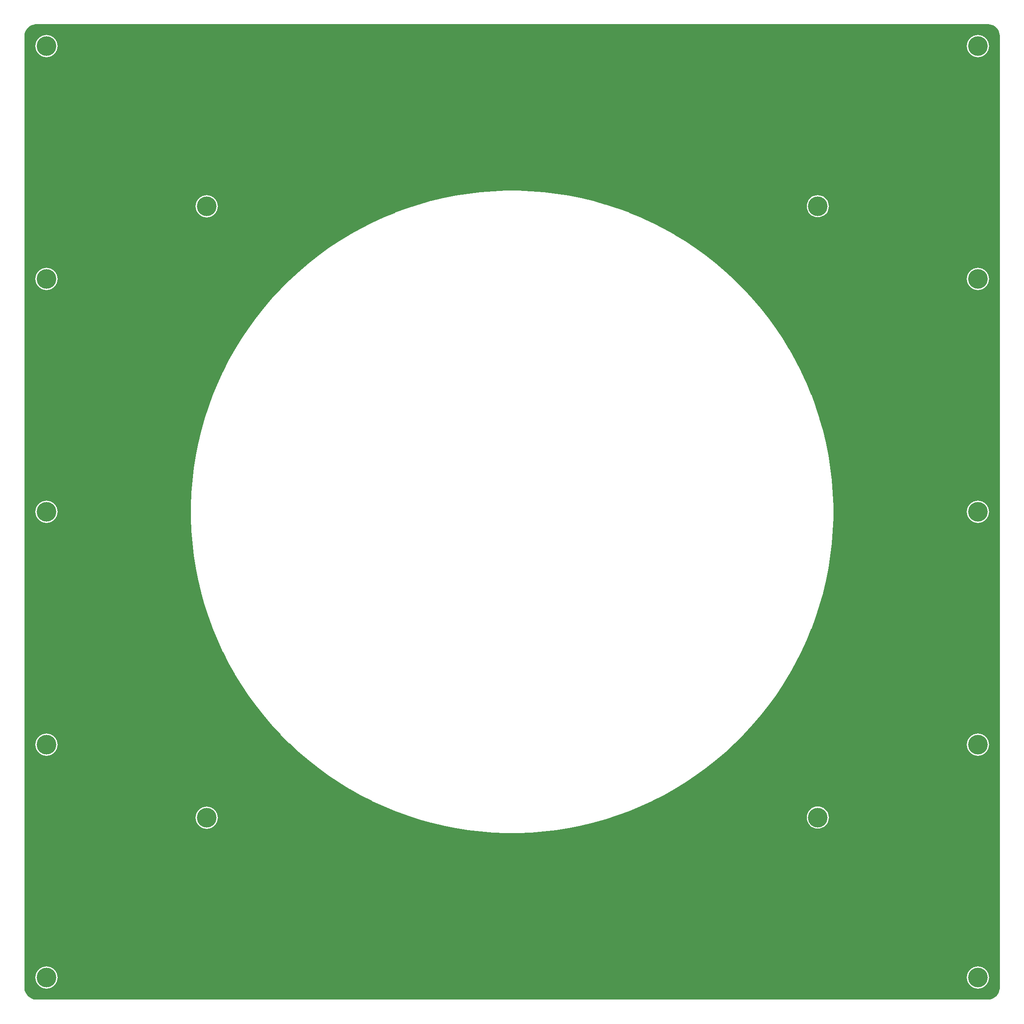
<source format=gbl>
G04*
G04 #@! TF.GenerationSoftware,Altium Limited,Altium Designer,25.7.1 (20)*
G04*
G04 Layer_Physical_Order=2*
G04 Layer_Color=16711680*
%FSLAX44Y44*%
%MOMM*%
G71*
G04*
G04 #@! TF.SameCoordinates,4ED686BE-EAE9-4F8A-9F21-0B2D34900B11*
G04*
G04*
G04 #@! TF.FilePolarity,Positive*
G04*
G01*
G75*
%ADD11C,4.0000*%
G36*
X970000Y994902D02*
X971632D01*
X974869Y994476D01*
X978022Y993631D01*
X981038Y992382D01*
X983865Y990750D01*
X986454Y988762D01*
X988763Y986454D01*
X990750Y983865D01*
X992382Y981037D01*
X993631Y978022D01*
X994476Y974869D01*
X994902Y971632D01*
X994902Y970000D01*
X994902Y-970000D01*
Y-971632D01*
X994476Y-974869D01*
X993631Y-978022D01*
X992382Y-981038D01*
X990750Y-983865D01*
X988763Y-986454D01*
X986454Y-988763D01*
X983865Y-990750D01*
X981038Y-992382D01*
X978022Y-993631D01*
X974868Y-994476D01*
X971632Y-994902D01*
X970000Y-994902D01*
X-970000Y-994902D01*
X-971632D01*
X-974869Y-994476D01*
X-978022Y-993631D01*
X-981038Y-992382D01*
X-983865Y-990750D01*
X-986454Y-988763D01*
X-988763Y-986454D01*
X-990750Y-983865D01*
X-992382Y-981038D01*
X-993631Y-978022D01*
X-994476Y-974868D01*
X-994902Y-971632D01*
X-994902Y-970000D01*
D01*
X-994902Y970000D01*
Y971632D01*
X-994476Y974869D01*
X-993631Y978022D01*
X-992382Y981038D01*
X-990750Y983865D01*
X-988763Y986454D01*
X-986454Y988763D01*
X-983865Y990750D01*
X-981038Y992382D01*
X-978022Y993631D01*
X-974869Y994476D01*
X-971632Y994902D01*
X-970000Y994902D01*
X970000Y994902D01*
D02*
G37*
%LPC*%
G36*
X950000Y972649D02*
X945581Y972214D01*
X941333Y970925D01*
X937417Y968832D01*
X933985Y966015D01*
X931168Y962583D01*
X929075Y958667D01*
X927786Y954419D01*
X927351Y950000D01*
X927786Y945581D01*
X929075Y941333D01*
X931168Y937417D01*
X933985Y933985D01*
X937417Y931168D01*
X941333Y929075D01*
X945581Y927786D01*
X950000Y927351D01*
X954419Y927786D01*
X958667Y929075D01*
X962583Y931168D01*
X966015Y933985D01*
X968832Y937417D01*
X970925Y941333D01*
X972214Y945581D01*
X972649Y950000D01*
X972214Y954419D01*
X970925Y958667D01*
X968832Y962583D01*
X966015Y966015D01*
X962583Y968832D01*
X958667Y970925D01*
X954419Y972214D01*
X950000Y972649D01*
D02*
G37*
G36*
X-950000D02*
X-954419Y972214D01*
X-958667Y970925D01*
X-962583Y968832D01*
X-966015Y966015D01*
X-968832Y962583D01*
X-970925Y958667D01*
X-972214Y954419D01*
X-972649Y950000D01*
X-972214Y945581D01*
X-970925Y941333D01*
X-968832Y937417D01*
X-966015Y933985D01*
X-962583Y931168D01*
X-958667Y929075D01*
X-954419Y927786D01*
X-950000Y927351D01*
X-945581Y927786D01*
X-941333Y929075D01*
X-937417Y931168D01*
X-933985Y933985D01*
X-931168Y937417D01*
X-929075Y941333D01*
X-927786Y945581D01*
X-927351Y950000D01*
X-927786Y954419D01*
X-929075Y958667D01*
X-931168Y962583D01*
X-933985Y966015D01*
X-937417Y968832D01*
X-941333Y970925D01*
X-945581Y972214D01*
X-950000Y972649D01*
D02*
G37*
G36*
X12764Y655098D02*
X-12764D01*
X-12864Y655078D01*
X-12965Y655094D01*
X-38474Y654092D01*
X-38572Y654068D01*
X-38673Y654080D01*
X-64123Y652077D01*
X-64221Y652049D01*
X-64323Y652057D01*
X-89674Y649057D01*
X-89771Y649025D01*
X-89873Y649029D01*
X-115087Y645036D01*
X-115183Y645001D01*
X-115284D01*
X-140322Y640020D01*
X-140416Y639981D01*
X-140518Y639977D01*
X-165341Y634018D01*
X-165434Y633975D01*
X-165535Y633967D01*
X-190105Y627038D01*
X-190196Y626992D01*
X-190297Y626980D01*
X-214576Y619091D01*
X-214665Y619041D01*
X-214765Y619025D01*
X-238716Y610189D01*
X-238803Y610136D01*
X-238902Y610116D01*
X-262488Y600347D01*
X-262572Y600290D01*
X-262671Y600267D01*
X-285855Y589579D01*
X-285937Y589519D01*
X-286035Y589491D01*
X-308781Y577902D01*
X-308861Y577839D01*
X-308958Y577807D01*
X-331232Y565333D01*
X-331309Y565267D01*
X-331404Y565232D01*
X-353171Y551894D01*
X-353246Y551824D01*
X-353340Y551786D01*
X-374566Y537603D01*
X-374638Y537531D01*
X-374730Y537488D01*
X-395383Y522483D01*
X-395452Y522408D01*
X-395543Y522362D01*
X-415591Y506557D01*
X-415657Y506480D01*
X-415746Y506430D01*
X-435158Y489851D01*
X-435221Y489771D01*
X-435308Y489718D01*
X-454054Y472389D01*
X-454114Y472306D01*
X-454198Y472250D01*
X-472250Y454198D01*
X-472306Y454114D01*
X-472389Y454054D01*
X-489718Y435308D01*
X-489771Y435221D01*
X-489851Y435158D01*
X-506430Y415746D01*
X-506480Y415657D01*
X-506557Y415591D01*
X-522362Y395543D01*
X-522408Y395452D01*
X-522483Y395383D01*
X-537488Y374730D01*
X-537531Y374638D01*
X-537603Y374566D01*
X-551786Y353340D01*
X-551824Y353246D01*
X-551894Y353171D01*
X-565232Y331404D01*
X-565267Y331309D01*
X-565333Y331232D01*
X-577807Y308958D01*
X-577839Y308861D01*
X-577902Y308781D01*
X-589492Y286035D01*
X-589519Y285937D01*
X-589579Y285855D01*
X-600267Y262671D01*
X-600290Y262572D01*
X-600347Y262488D01*
X-610116Y238902D01*
X-610136Y238803D01*
X-610189Y238716D01*
X-619025Y214765D01*
X-619041Y214665D01*
X-619091Y214576D01*
X-626980Y190297D01*
X-626992Y190196D01*
X-627038Y190105D01*
X-633967Y165535D01*
X-633975Y165434D01*
X-634018Y165341D01*
X-639977Y140518D01*
X-639981Y140416D01*
X-640020Y140322D01*
X-645001Y115284D01*
Y115183D01*
X-645036Y115087D01*
X-649029Y89873D01*
X-649025Y89771D01*
X-649057Y89674D01*
X-652057Y64323D01*
X-652049Y64221D01*
X-652077Y64123D01*
X-654080Y38673D01*
X-654068Y38572D01*
X-654092Y38473D01*
X-655094Y12965D01*
X-655078Y12864D01*
X-655098Y12764D01*
Y0D01*
X-655098Y-12764D01*
X-655078Y-12864D01*
X-655094Y-12965D01*
X-654092Y-38474D01*
X-654068Y-38572D01*
X-654080Y-38673D01*
X-652077Y-64123D01*
X-652049Y-64221D01*
X-652057Y-64323D01*
X-649057Y-89674D01*
X-649025Y-89771D01*
X-649029Y-89873D01*
X-645036Y-115087D01*
X-645001Y-115183D01*
Y-115284D01*
X-640020Y-140322D01*
X-639981Y-140416D01*
X-639977Y-140518D01*
X-634018Y-165341D01*
X-633975Y-165434D01*
X-633967Y-165535D01*
X-627038Y-190105D01*
X-626992Y-190196D01*
X-626980Y-190297D01*
X-619091Y-214576D01*
X-619041Y-214665D01*
X-619025Y-214765D01*
X-610189Y-238716D01*
X-610136Y-238803D01*
X-610116Y-238902D01*
X-600347Y-262488D01*
X-600290Y-262572D01*
X-600267Y-262671D01*
X-589579Y-285855D01*
X-589519Y-285937D01*
X-589492Y-286035D01*
X-577902Y-308781D01*
X-577839Y-308861D01*
X-577807Y-308958D01*
X-565333Y-331232D01*
X-565267Y-331309D01*
X-565232Y-331404D01*
X-551894Y-353171D01*
X-551824Y-353246D01*
X-551786Y-353340D01*
X-537603Y-374566D01*
X-537531Y-374638D01*
X-537488Y-374730D01*
X-522483Y-395383D01*
X-522408Y-395452D01*
X-522362Y-395543D01*
X-506557Y-415591D01*
X-506480Y-415657D01*
X-506430Y-415746D01*
X-489851Y-435158D01*
X-489771Y-435221D01*
X-489718Y-435308D01*
X-472389Y-454054D01*
X-472307Y-454114D01*
X-472250Y-454198D01*
X-454198Y-472250D01*
X-454114Y-472306D01*
X-454054Y-472389D01*
X-435308Y-489718D01*
X-435221Y-489771D01*
X-435158Y-489851D01*
X-415746Y-506430D01*
X-415657Y-506480D01*
X-415591Y-506557D01*
X-395543Y-522362D01*
X-395452Y-522408D01*
X-395383Y-522483D01*
X-374730Y-537488D01*
X-374638Y-537531D01*
X-374566Y-537603D01*
X-353340Y-551786D01*
X-353246Y-551824D01*
X-353171Y-551894D01*
X-331404Y-565232D01*
X-331309Y-565267D01*
X-331232Y-565333D01*
X-308958Y-577807D01*
X-308861Y-577839D01*
X-308781Y-577902D01*
X-286035Y-589492D01*
X-285937Y-589519D01*
X-285855Y-589579D01*
X-262671Y-600267D01*
X-262572Y-600290D01*
X-262488Y-600347D01*
X-238902Y-610116D01*
X-238803Y-610136D01*
X-238716Y-610189D01*
X-214765Y-619025D01*
X-214665Y-619041D01*
X-214576Y-619091D01*
X-190297Y-626980D01*
X-190196Y-626992D01*
X-190105Y-627038D01*
X-165535Y-633967D01*
X-165434Y-633975D01*
X-165341Y-634018D01*
X-140518Y-639977D01*
X-140416Y-639981D01*
X-140322Y-640020D01*
X-115284Y-645001D01*
X-115183D01*
X-115087Y-645036D01*
X-89873Y-649029D01*
X-89771Y-649025D01*
X-89674Y-649057D01*
X-64323Y-652057D01*
X-64221Y-652049D01*
X-64123Y-652077D01*
X-38673Y-654080D01*
X-38572Y-654068D01*
X-38474Y-654092D01*
X-12965Y-655094D01*
X-12864Y-655078D01*
X-12764Y-655098D01*
X-0D01*
X12764Y-655098D01*
X12864Y-655078D01*
X12965Y-655094D01*
X38473Y-654092D01*
X38572Y-654068D01*
X38673Y-654080D01*
X64123Y-652077D01*
X64221Y-652049D01*
X64323Y-652057D01*
X89674Y-649057D01*
X89771Y-649025D01*
X89873Y-649029D01*
X115087Y-645036D01*
X115183Y-645001D01*
X115284D01*
X140322Y-640020D01*
X140416Y-639981D01*
X140518Y-639977D01*
X165341Y-634018D01*
X165434Y-633975D01*
X165535Y-633967D01*
X190105Y-627038D01*
X190196Y-626992D01*
X190297Y-626980D01*
X214576Y-619091D01*
X214665Y-619041D01*
X214765Y-619025D01*
X238716Y-610189D01*
X238803Y-610136D01*
X238902Y-610116D01*
X262488Y-600347D01*
X262572Y-600290D01*
X262671Y-600267D01*
X285855Y-589579D01*
X285937Y-589519D01*
X286035Y-589492D01*
X308781Y-577902D01*
X308861Y-577839D01*
X308958Y-577807D01*
X331232Y-565333D01*
X331309Y-565267D01*
X331404Y-565232D01*
X353171Y-551894D01*
X353246Y-551824D01*
X353340Y-551786D01*
X374566Y-537603D01*
X374638Y-537531D01*
X374730Y-537488D01*
X395383Y-522483D01*
X395452Y-522408D01*
X395543Y-522362D01*
X415591Y-506557D01*
X415657Y-506480D01*
X415746Y-506430D01*
X435158Y-489851D01*
X435221Y-489771D01*
X435308Y-489718D01*
X454054Y-472389D01*
X454114Y-472307D01*
X454198Y-472250D01*
X472250Y-454198D01*
X472306Y-454114D01*
X472389Y-454054D01*
X489718Y-435308D01*
X489771Y-435221D01*
X489851Y-435158D01*
X506430Y-415746D01*
X506480Y-415657D01*
X506557Y-415591D01*
X522362Y-395543D01*
X522408Y-395452D01*
X522483Y-395383D01*
X537488Y-374730D01*
X537531Y-374638D01*
X537603Y-374566D01*
X551786Y-353340D01*
X551824Y-353246D01*
X551894Y-353171D01*
X565232Y-331404D01*
X565267Y-331309D01*
X565333Y-331232D01*
X577807Y-308958D01*
X577839Y-308861D01*
X577902Y-308781D01*
X589491Y-286035D01*
X589519Y-285937D01*
X589579Y-285855D01*
X600267Y-262671D01*
X600290Y-262572D01*
X600347Y-262488D01*
X610116Y-238902D01*
X610136Y-238803D01*
X610189Y-238716D01*
X619025Y-214765D01*
X619041Y-214665D01*
X619091Y-214576D01*
X626980Y-190297D01*
X626992Y-190196D01*
X627038Y-190105D01*
X633967Y-165535D01*
X633975Y-165434D01*
X634018Y-165341D01*
X639977Y-140518D01*
X639981Y-140416D01*
X640020Y-140322D01*
X645001Y-115284D01*
Y-115183D01*
X645036Y-115087D01*
X649029Y-89873D01*
X649025Y-89771D01*
X649057Y-89674D01*
X652057Y-64323D01*
X652049Y-64221D01*
X652077Y-64123D01*
X654080Y-38673D01*
X654068Y-38572D01*
X654092Y-38474D01*
X655094Y-12965D01*
X655078Y-12864D01*
X655098Y-12764D01*
Y0D01*
Y12764D01*
X655078Y12864D01*
X655094Y12965D01*
X654092Y38473D01*
X654068Y38572D01*
X654080Y38673D01*
X652077Y64123D01*
X652049Y64221D01*
X652057Y64323D01*
X649057Y89674D01*
X649025Y89771D01*
X649029Y89873D01*
X645036Y115087D01*
X645001Y115183D01*
Y115284D01*
X640020Y140322D01*
X639981Y140416D01*
X639977Y140518D01*
X634018Y165341D01*
X633975Y165434D01*
X633967Y165535D01*
X627038Y190105D01*
X626992Y190196D01*
X626980Y190297D01*
X619091Y214576D01*
X619041Y214665D01*
X619025Y214765D01*
X610189Y238716D01*
X610136Y238803D01*
X610116Y238902D01*
X600347Y262488D01*
X600290Y262572D01*
X600267Y262671D01*
X589579Y285855D01*
X589519Y285937D01*
X589491Y286035D01*
X577902Y308781D01*
X577839Y308861D01*
X577807Y308958D01*
X565333Y331232D01*
X565267Y331309D01*
X565232Y331404D01*
X551894Y353171D01*
X551824Y353246D01*
X551786Y353340D01*
X537603Y374566D01*
X537531Y374638D01*
X537488Y374730D01*
X522483Y395383D01*
X522408Y395452D01*
X522362Y395543D01*
X506557Y415591D01*
X506480Y415657D01*
X506430Y415746D01*
X489851Y435158D01*
X489771Y435221D01*
X489718Y435308D01*
X472389Y454054D01*
X472306Y454114D01*
X472250Y454198D01*
X454198Y472250D01*
X454114Y472306D01*
X454054Y472389D01*
X435308Y489718D01*
X435221Y489771D01*
X435158Y489851D01*
X415746Y506430D01*
X415657Y506480D01*
X415591Y506557D01*
X395543Y522362D01*
X395452Y522408D01*
X395383Y522483D01*
X374730Y537488D01*
X374638Y537531D01*
X374566Y537603D01*
X353340Y551786D01*
X353246Y551824D01*
X353171Y551894D01*
X331404Y565232D01*
X331309Y565267D01*
X331232Y565333D01*
X308958Y577807D01*
X308861Y577839D01*
X308781Y577902D01*
X286035Y589491D01*
X285937Y589519D01*
X285855Y589579D01*
X262671Y600267D01*
X262572Y600290D01*
X262488Y600347D01*
X238902Y610116D01*
X238803Y610136D01*
X238716Y610189D01*
X214765Y619025D01*
X214665Y619041D01*
X214576Y619091D01*
X190297Y626980D01*
X190196Y626992D01*
X190105Y627038D01*
X165535Y633967D01*
X165434Y633975D01*
X165341Y634018D01*
X140518Y639977D01*
X140416Y639981D01*
X140322Y640020D01*
X115284Y645001D01*
X115183D01*
X115087Y645036D01*
X89873Y649029D01*
X89771Y649025D01*
X89674Y649057D01*
X64323Y652057D01*
X64221Y652049D01*
X64123Y652077D01*
X38673Y654080D01*
X38572Y654068D01*
X38473Y654092D01*
X12965Y655094D01*
X12864Y655078D01*
X12764Y655098D01*
D02*
G37*
G36*
X623500Y646149D02*
X619081Y645714D01*
X614833Y644425D01*
X610917Y642332D01*
X607485Y639515D01*
X604668Y636083D01*
X602575Y632167D01*
X601286Y627919D01*
X600851Y623500D01*
X601286Y619081D01*
X602575Y614833D01*
X604668Y610917D01*
X607485Y607485D01*
X610917Y604668D01*
X614833Y602575D01*
X619081Y601286D01*
X623500Y600851D01*
X627919Y601286D01*
X632167Y602575D01*
X636083Y604668D01*
X639515Y607485D01*
X642332Y610917D01*
X644425Y614833D01*
X645714Y619081D01*
X646149Y623500D01*
X645714Y627919D01*
X644425Y632167D01*
X642332Y636083D01*
X639515Y639515D01*
X636083Y642332D01*
X632167Y644425D01*
X627919Y645714D01*
X623500Y646149D01*
D02*
G37*
G36*
X-623162Y645855D02*
X-627580Y645420D01*
X-631829Y644131D01*
X-635745Y642038D01*
X-639177Y639221D01*
X-641994Y635789D01*
X-644087Y631874D01*
X-645376Y627625D01*
X-645811Y623206D01*
X-645376Y618788D01*
X-644087Y614539D01*
X-641994Y610623D01*
X-639177Y607191D01*
X-635745Y604374D01*
X-631829Y602281D01*
X-627580Y600992D01*
X-623162Y600557D01*
X-618743Y600992D01*
X-614495Y602281D01*
X-610579Y604374D01*
X-607147Y607191D01*
X-604330Y610623D01*
X-602237Y614539D01*
X-600948Y618788D01*
X-600513Y623206D01*
X-600948Y627625D01*
X-602237Y631874D01*
X-604330Y635789D01*
X-607147Y639221D01*
X-610579Y642038D01*
X-614495Y644131D01*
X-618743Y645420D01*
X-623162Y645855D01*
D02*
G37*
G36*
X950000Y497649D02*
X945581Y497214D01*
X941333Y495925D01*
X937417Y493832D01*
X933985Y491015D01*
X931168Y487583D01*
X929075Y483667D01*
X927786Y479419D01*
X927351Y475000D01*
X927786Y470581D01*
X929075Y466333D01*
X931168Y462417D01*
X933985Y458985D01*
X937417Y456168D01*
X941333Y454075D01*
X945581Y452786D01*
X950000Y452351D01*
X954419Y452786D01*
X958667Y454075D01*
X962583Y456168D01*
X966015Y458985D01*
X968832Y462417D01*
X970925Y466333D01*
X972214Y470581D01*
X972649Y475000D01*
X972214Y479419D01*
X970925Y483667D01*
X968832Y487583D01*
X966015Y491015D01*
X962583Y493832D01*
X958667Y495925D01*
X954419Y497214D01*
X950000Y497649D01*
D02*
G37*
G36*
X-950000D02*
X-954419Y497214D01*
X-958667Y495925D01*
X-962583Y493832D01*
X-966015Y491015D01*
X-968832Y487583D01*
X-970925Y483667D01*
X-972214Y479419D01*
X-972649Y475000D01*
X-972214Y470581D01*
X-970925Y466333D01*
X-968832Y462417D01*
X-966015Y458985D01*
X-962583Y456168D01*
X-958667Y454075D01*
X-954419Y452786D01*
X-950000Y452351D01*
X-945581Y452786D01*
X-941333Y454075D01*
X-937417Y456168D01*
X-933985Y458985D01*
X-931168Y462417D01*
X-929075Y466333D01*
X-927786Y470581D01*
X-927351Y475000D01*
X-927786Y479419D01*
X-929075Y483667D01*
X-931168Y487583D01*
X-933985Y491015D01*
X-937417Y493832D01*
X-941333Y495925D01*
X-945581Y497214D01*
X-950000Y497649D01*
D02*
G37*
G36*
X950000Y22649D02*
X945581Y22214D01*
X941333Y20925D01*
X937417Y18832D01*
X933985Y16015D01*
X931168Y12583D01*
X929075Y8667D01*
X927786Y4419D01*
X927351Y0D01*
X927786Y-4419D01*
X929075Y-8667D01*
X931168Y-12583D01*
X933985Y-16015D01*
X937417Y-18832D01*
X941333Y-20925D01*
X945581Y-22214D01*
X950000Y-22649D01*
X954419Y-22214D01*
X958667Y-20925D01*
X962583Y-18832D01*
X966015Y-16015D01*
X968832Y-12583D01*
X970925Y-8667D01*
X972214Y-4419D01*
X972649Y0D01*
X972214Y4419D01*
X970925Y8667D01*
X968832Y12583D01*
X966015Y16015D01*
X962583Y18832D01*
X958667Y20925D01*
X954419Y22214D01*
X950000Y22649D01*
D02*
G37*
G36*
X-950000D02*
X-954419Y22214D01*
X-958667Y20925D01*
X-962583Y18832D01*
X-966015Y16015D01*
X-968832Y12583D01*
X-970925Y8667D01*
X-972214Y4419D01*
X-972649Y0D01*
X-972214Y-4419D01*
X-970925Y-8667D01*
X-968832Y-12583D01*
X-966015Y-16015D01*
X-962583Y-18832D01*
X-958667Y-20925D01*
X-954419Y-22214D01*
X-950000Y-22649D01*
X-945581Y-22214D01*
X-941333Y-20925D01*
X-937417Y-18832D01*
X-933985Y-16015D01*
X-931168Y-12583D01*
X-929075Y-8667D01*
X-927786Y-4419D01*
X-927351Y0D01*
X-927786Y4419D01*
X-929075Y8667D01*
X-931168Y12583D01*
X-933985Y16015D01*
X-937417Y18832D01*
X-941333Y20925D01*
X-945581Y22214D01*
X-950000Y22649D01*
D02*
G37*
G36*
X950000Y-452351D02*
X945581Y-452786D01*
X941333Y-454075D01*
X937417Y-456168D01*
X933985Y-458985D01*
X931168Y-462417D01*
X929075Y-466333D01*
X927786Y-470581D01*
X927351Y-475000D01*
X927786Y-479419D01*
X929075Y-483667D01*
X931168Y-487583D01*
X933985Y-491015D01*
X937417Y-493832D01*
X941333Y-495925D01*
X945581Y-497214D01*
X950000Y-497649D01*
X954419Y-497214D01*
X958667Y-495925D01*
X962583Y-493832D01*
X966015Y-491015D01*
X968832Y-487583D01*
X970925Y-483667D01*
X972214Y-479419D01*
X972649Y-475000D01*
X972214Y-470581D01*
X970925Y-466333D01*
X968832Y-462417D01*
X966015Y-458985D01*
X962583Y-456168D01*
X958667Y-454075D01*
X954419Y-452786D01*
X950000Y-452351D01*
D02*
G37*
G36*
X-950000D02*
X-954419Y-452786D01*
X-958667Y-454075D01*
X-962583Y-456168D01*
X-966015Y-458985D01*
X-968832Y-462417D01*
X-970925Y-466333D01*
X-972214Y-470581D01*
X-972649Y-475000D01*
X-972214Y-479419D01*
X-970925Y-483667D01*
X-968832Y-487583D01*
X-966015Y-491015D01*
X-962583Y-493832D01*
X-958667Y-495925D01*
X-954419Y-497214D01*
X-950000Y-497649D01*
X-945581Y-497214D01*
X-941333Y-495925D01*
X-937417Y-493832D01*
X-933985Y-491015D01*
X-931168Y-487583D01*
X-929075Y-483667D01*
X-927786Y-479419D01*
X-927351Y-475000D01*
X-927786Y-470581D01*
X-929075Y-466333D01*
X-931168Y-462417D01*
X-933985Y-458985D01*
X-937417Y-456168D01*
X-941333Y-454075D01*
X-945581Y-452786D01*
X-950000Y-452351D01*
D02*
G37*
G36*
X623500Y-600851D02*
X619081Y-601286D01*
X614833Y-602575D01*
X610917Y-604668D01*
X607485Y-607485D01*
X604668Y-610917D01*
X602575Y-614833D01*
X601286Y-619081D01*
X600851Y-623500D01*
X601286Y-627919D01*
X602575Y-632167D01*
X604668Y-636083D01*
X607485Y-639515D01*
X610917Y-642332D01*
X614833Y-644425D01*
X619081Y-645714D01*
X623500Y-646149D01*
X627919Y-645714D01*
X632167Y-644425D01*
X636083Y-642332D01*
X639515Y-639515D01*
X642332Y-636083D01*
X644425Y-632167D01*
X645714Y-627919D01*
X646149Y-623500D01*
X645714Y-619081D01*
X644425Y-614833D01*
X642332Y-610917D01*
X639515Y-607485D01*
X636083Y-604668D01*
X632167Y-602575D01*
X627919Y-601286D01*
X623500Y-600851D01*
D02*
G37*
G36*
X-623162Y-601145D02*
X-627580Y-601580D01*
X-631829Y-602869D01*
X-635745Y-604962D01*
X-639177Y-607779D01*
X-641994Y-611211D01*
X-644087Y-615126D01*
X-645376Y-619375D01*
X-645811Y-623794D01*
X-645376Y-628212D01*
X-644087Y-632461D01*
X-641994Y-636377D01*
X-639177Y-639809D01*
X-635745Y-642626D01*
X-631829Y-644719D01*
X-627580Y-646008D01*
X-623162Y-646443D01*
X-618743Y-646008D01*
X-614495Y-644719D01*
X-610579Y-642626D01*
X-607147Y-639809D01*
X-604330Y-636377D01*
X-602237Y-632461D01*
X-600948Y-628212D01*
X-600513Y-623794D01*
X-600948Y-619375D01*
X-602237Y-615126D01*
X-604330Y-611211D01*
X-607147Y-607779D01*
X-610579Y-604962D01*
X-614495Y-602869D01*
X-618743Y-601580D01*
X-623162Y-601145D01*
D02*
G37*
G36*
X950000Y-927351D02*
X945581Y-927786D01*
X941333Y-929075D01*
X937417Y-931168D01*
X933985Y-933985D01*
X931168Y-937417D01*
X929075Y-941333D01*
X927786Y-945581D01*
X927351Y-950000D01*
X927786Y-954419D01*
X929075Y-958667D01*
X931168Y-962583D01*
X933985Y-966015D01*
X937417Y-968832D01*
X941333Y-970925D01*
X945581Y-972214D01*
X950000Y-972649D01*
X954419Y-972214D01*
X958667Y-970925D01*
X962583Y-968832D01*
X966015Y-966015D01*
X968832Y-962583D01*
X970925Y-958667D01*
X972214Y-954419D01*
X972649Y-950000D01*
X972214Y-945581D01*
X970925Y-941333D01*
X968832Y-937417D01*
X966015Y-933985D01*
X962583Y-931168D01*
X958667Y-929075D01*
X954419Y-927786D01*
X950000Y-927351D01*
D02*
G37*
G36*
X-950000D02*
X-954419Y-927786D01*
X-958667Y-929075D01*
X-962583Y-931168D01*
X-966015Y-933985D01*
X-968832Y-937417D01*
X-970925Y-941333D01*
X-972214Y-945581D01*
X-972649Y-950000D01*
X-972214Y-954419D01*
X-970925Y-958667D01*
X-968832Y-962583D01*
X-966015Y-966015D01*
X-962583Y-968832D01*
X-958667Y-970925D01*
X-954419Y-972214D01*
X-950000Y-972649D01*
X-945581Y-972214D01*
X-941333Y-970925D01*
X-937417Y-968832D01*
X-933985Y-966015D01*
X-931168Y-962583D01*
X-929075Y-958667D01*
X-927786Y-954419D01*
X-927351Y-950000D01*
X-927786Y-945581D01*
X-929075Y-941333D01*
X-931168Y-937417D01*
X-933985Y-933985D01*
X-937417Y-931168D01*
X-941333Y-929075D01*
X-945581Y-927786D01*
X-950000Y-927351D01*
D02*
G37*
%LPD*%
D11*
X-623162Y623206D02*
D03*
Y-623794D02*
D03*
X623500Y-623500D02*
D03*
X950000Y-475000D02*
D03*
X-950000D02*
D03*
X623500Y623500D02*
D03*
X-950000Y475000D02*
D03*
X950000D02*
D03*
Y0D02*
D03*
X-950000D02*
D03*
Y-950000D02*
D03*
X950000D02*
D03*
Y950000D02*
D03*
X-950000D02*
D03*
M02*

</source>
